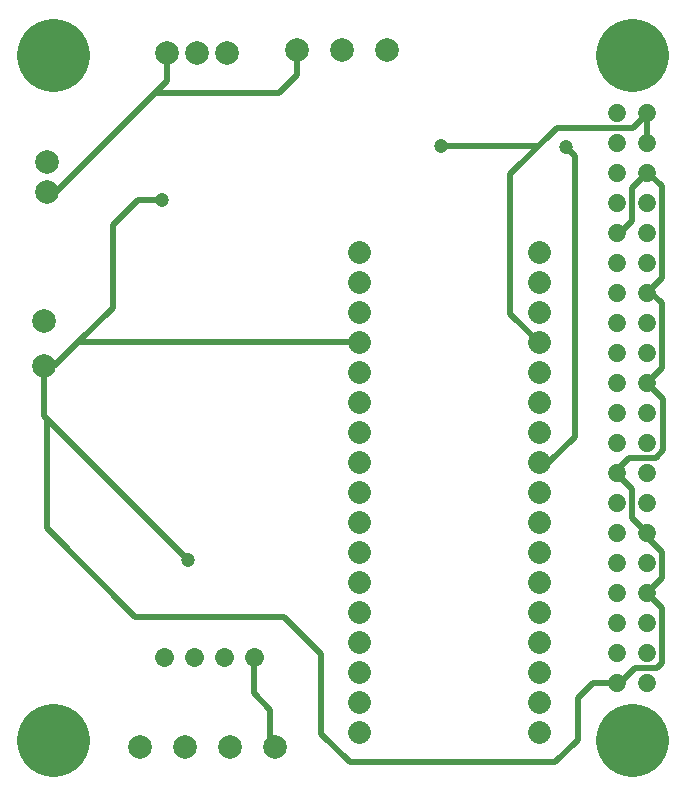
<source format=gtl>
G04 ( created by brdgerber.py ( brdgerber.py v0.1 2014-03-12 ) ) date 2020-07-20 00:47:24 EDT*
G04 Gerber Fmt 3.4, Leading zero omitted, Abs format*
%MOIN*%
%FSLAX34Y34*%
G01*
G70*
G90*
G04 APERTURE LIST*
%ADD12C,0.0000*%
%ADD17C,0.0760*%
%ADD19C,0.0472*%
%ADD14C,0.0642*%
%ADD13C,0.0050*%
%ADD11C,0.2440*%
%ADD16C,0.0787*%
%ADD15C,0.0060*%
%ADD10C,0.0589*%
%ADD18C,0.0200*%
G04 APERTURE END LIST*
G54D12*
D10*
G01X07345Y09950D02*
G01X07345Y09950D01*
D10*
G01X08345Y09950D02*
G01X08345Y09950D01*
D10*
G01X07345Y08950D02*
G01X07345Y08950D01*
D10*
G01X08345Y08950D02*
G01X08345Y08950D01*
D10*
G01X07345Y07950D02*
G01X07345Y07950D01*
D10*
G01X08345Y07950D02*
G01X08345Y07950D01*
D10*
G01X07345Y06950D02*
G01X07345Y06950D01*
D10*
G01X08345Y06950D02*
G01X08345Y06950D01*
D10*
G01X07345Y05950D02*
G01X07345Y05950D01*
D10*
G01X08345Y05950D02*
G01X08345Y05950D01*
D10*
G01X07345Y04950D02*
G01X07345Y04950D01*
D10*
G01X08345Y04950D02*
G01X08345Y04950D01*
D10*
G01X07345Y03950D02*
G01X07345Y03950D01*
D10*
G01X08345Y03950D02*
G01X08345Y03950D01*
D10*
G01X07345Y02950D02*
G01X07345Y02950D01*
D10*
G01X08345Y02950D02*
G01X08345Y02950D01*
D10*
G01X07345Y01950D02*
G01X07345Y01950D01*
D10*
G01X08345Y01950D02*
G01X08345Y01950D01*
D10*
G01X07345Y00950D02*
G01X07345Y00950D01*
D10*
G01X08345Y00950D02*
G01X08345Y00950D01*
D10*
G01X07345Y-00050D02*
G01X07345Y-00050D01*
D10*
G01X08345Y-00050D02*
G01X08345Y-00050D01*
D10*
G01X07345Y-01050D02*
G01X07345Y-01050D01*
D10*
G01X08345Y-01050D02*
G01X08345Y-01050D01*
D10*
G01X07345Y-02050D02*
G01X07345Y-02050D01*
D10*
G01X08345Y-02050D02*
G01X08345Y-02050D01*
D10*
G01X07345Y-03050D02*
G01X07345Y-03050D01*
D10*
G01X08345Y-03050D02*
G01X08345Y-03050D01*
D10*
G01X07345Y-04050D02*
G01X07345Y-04050D01*
D10*
G01X08345Y-04050D02*
G01X08345Y-04050D01*
D10*
G01X07345Y-05050D02*
G01X07345Y-05050D01*
D10*
G01X08345Y-05050D02*
G01X08345Y-05050D01*
D10*
G01X07345Y-06050D02*
G01X07345Y-06050D01*
D10*
G01X08345Y-06050D02*
G01X08345Y-06050D01*
D10*
G01X07345Y-07050D02*
G01X07345Y-07050D01*
D10*
G01X08345Y-07050D02*
G01X08345Y-07050D01*
D10*
G01X07345Y-08050D02*
G01X07345Y-08050D01*
D10*
G01X08345Y-08050D02*
G01X08345Y-08050D01*
D10*
G01X07345Y-09050D02*
G01X07345Y-09050D01*
D10*
G01X08345Y-09050D02*
G01X08345Y-09050D01*
D11*
G01X-11446Y11868D02*
G01X-11446Y11868D01*
D11*
G01X07845Y11868D02*
G01X07845Y11868D01*
D11*
G01X07845Y-10967D02*
G01X07845Y-10967D01*
D11*
G01X-11446Y-10967D02*
G01X-11446Y-10967D01*
D14*
G01X-04750Y-08200D02*
G01X-04750Y-08200D01*
D14*
G01X-05750Y-08200D02*
G01X-05750Y-08200D01*
D14*
G01X-06750Y-08200D02*
G01X-06750Y-08200D01*
D14*
G01X-07750Y-08200D02*
G01X-07750Y-08200D01*
D16*
X-11650Y08300D03*
D16*
X-11650Y07300D03*
D16*
X-11750Y03000D03*
D16*
X-11750Y01500D03*
D16*
X-00300Y12050D03*
D16*
X-01800Y12050D03*
D16*
X-03300Y12050D03*
D17*
G01X-01250Y-10700D02*
G01X-01250Y-10700D01*
D17*
G01X-01250Y-09700D02*
G01X-01250Y-09700D01*
D17*
G01X-01250Y-08700D02*
G01X-01250Y-08700D01*
D17*
G01X-01250Y-07700D02*
G01X-01250Y-07700D01*
D17*
G01X-01250Y-06700D02*
G01X-01250Y-06700D01*
D17*
G01X-01250Y-05700D02*
G01X-01250Y-05700D01*
D17*
G01X-01250Y-04700D02*
G01X-01250Y-04700D01*
D17*
G01X-01250Y-03700D02*
G01X-01250Y-03700D01*
D17*
G01X-01250Y-02700D02*
G01X-01250Y-02700D01*
D17*
G01X-01250Y-01700D02*
G01X-01250Y-01700D01*
D17*
G01X-01250Y-00700D02*
G01X-01250Y-00700D01*
D17*
G01X04750Y02300D02*
G01X04750Y02300D01*
D17*
G01X04750Y01300D02*
G01X04750Y01300D01*
D17*
G01X-01250Y02300D02*
G01X-01250Y02300D01*
D17*
G01X-01250Y03300D02*
G01X-01250Y03300D01*
D17*
G01X-01250Y04300D02*
G01X-01250Y04300D01*
D17*
G01X-01250Y05300D02*
G01X-01250Y05300D01*
D17*
G01X04750Y05300D02*
G01X04750Y05300D01*
D17*
G01X04750Y04300D02*
G01X04750Y04300D01*
D17*
G01X04750Y03300D02*
G01X04750Y03300D01*
D17*
G01X-01250Y00300D02*
G01X-01250Y00300D01*
D17*
G01X-01250Y01300D02*
G01X-01250Y01300D01*
D17*
G01X04750Y00300D02*
G01X04750Y00300D01*
D17*
G01X04750Y-00700D02*
G01X04750Y-00700D01*
D17*
G01X04750Y-01700D02*
G01X04750Y-01700D01*
D17*
G01X04750Y-02700D02*
G01X04750Y-02700D01*
D17*
G01X04750Y-03700D02*
G01X04750Y-03700D01*
D17*
G01X04750Y-04700D02*
G01X04750Y-04700D01*
D17*
G01X04750Y-05700D02*
G01X04750Y-05700D01*
D17*
G01X04750Y-06700D02*
G01X04750Y-06700D01*
D17*
G01X04750Y-07700D02*
G01X04750Y-07700D01*
D17*
G01X04750Y-08700D02*
G01X04750Y-08700D01*
D17*
G01X04750Y-09700D02*
G01X04750Y-09700D01*
D17*
G01X04750Y-10700D02*
G01X04750Y-10700D01*
D16*
X-08550Y-11200D03*
D16*
X-07050Y-11200D03*
D16*
X-05550Y-11200D03*
D16*
X-04050Y-11200D03*
D16*
X-05650Y11950D03*
D16*
X-06650Y11950D03*
D16*
X-07650Y11950D03*
D18*
G01X06550Y-09050D02*
G01X07350Y-09050D01*
D18*
G01X-02500Y-10750D02*
G01X-01550Y-11700D01*
D18*
G01X-03750Y-06850D02*
G01X-02500Y-08100D01*
D18*
G01X08850Y-08400D02*
G01X08850Y-06550D01*
D18*
G01X-02500Y-08100D02*
G01X-02500Y-10750D01*
D19*
X-06950Y-04950D03*
D18*
G01X08850Y-06550D02*
G01X08350Y-06050D01*
D18*
G01X-08700Y-06850D02*
G01X-03750Y-06850D01*
D18*
G01X08700Y-08550D02*
G01X08850Y-08400D01*
D18*
G01X07950Y-08550D02*
G01X08700Y-08550D01*
D18*
G01X07450Y-09050D02*
G01X07950Y-08550D01*
D18*
G01X-06950Y-04950D02*
G01X-11650Y-00250D01*
D18*
G01X-11650Y07300D02*
G01X-11350Y07300D01*
D18*
G01X-11350Y07300D02*
G01X-07650Y11000D01*
D18*
G01X-07650Y11000D02*
G01X-07650Y11950D01*
D18*
G01X-08050Y10600D02*
G01X-04350Y10600D01*
D18*
G01X08350Y09950D02*
G01X08350Y08950D01*
D18*
G01X08350Y09950D02*
G01X08350Y09900D01*
D18*
G01X08350Y09900D02*
G01X07900Y09450D01*
D18*
G01X07900Y09450D02*
G01X05350Y09450D01*
D18*
G01X05350Y09450D02*
G01X03800Y07900D01*
D18*
G01X03800Y07900D02*
G01X03800Y03250D01*
D18*
G01X03800Y03250D02*
G01X04750Y02300D01*
D18*
G01X04750Y08850D02*
G01X01500Y08850D01*
D19*
X01500Y08850D03*
D19*
X-07800Y07050D03*
D18*
G01X-07800Y07050D02*
G01X-07950Y07050D01*
D18*
G01X-11650Y-03900D02*
G01X-08700Y-06850D01*
D18*
G01X-01250Y02300D02*
G01X-10600Y02300D01*
D18*
G01X-11650Y-00250D02*
G01X-11650Y-03900D01*
D18*
G01X-04750Y-08200D02*
G01X-04750Y-09400D01*
D18*
G01X-04750Y-09400D02*
G01X-04200Y-09950D01*
D18*
G01X-01550Y-11700D02*
G01X05300Y-11700D01*
D18*
G01X06050Y-09550D02*
G01X06550Y-09050D01*
D18*
G01X04750Y-01700D02*
G01X05100Y-01700D01*
D18*
G01X05100Y-01700D02*
G01X05950Y-00850D01*
D18*
G01X05950Y-00850D02*
G01X05950Y08500D01*
D18*
G01X05950Y08500D02*
G01X05650Y08800D01*
D19*
X05650Y08800D03*
D18*
G01X06050Y-10950D02*
G01X06050Y-09550D01*
D18*
G01X05300Y-11700D02*
G01X06050Y-10950D01*
D18*
G01X07350Y05950D02*
G01X07450Y05950D01*
D18*
G01X07450Y05950D02*
G01X07850Y06350D01*
D18*
G01X07850Y06350D02*
G01X07850Y07450D01*
D18*
G01X07850Y07450D02*
G01X08350Y07950D01*
D18*
G01X08350Y07950D02*
G01X08400Y07950D01*
D18*
G01X08400Y07950D02*
G01X08850Y07500D01*
D18*
G01X08850Y07500D02*
G01X08850Y04450D01*
D18*
G01X08850Y04450D02*
G01X08350Y03950D01*
D18*
G01X08350Y03950D02*
G01X08500Y03950D01*
D18*
G01X08500Y03950D02*
G01X08850Y03600D01*
D18*
G01X08850Y03600D02*
G01X08850Y01450D01*
D18*
G01X08850Y01450D02*
G01X08350Y00950D01*
D18*
G01X07350Y-02050D02*
G01X07350Y-01950D01*
D18*
G01X07350Y-01950D02*
G01X07750Y-01550D01*
D18*
G01X07750Y-01550D02*
G01X08650Y-01550D01*
D18*
G01X08650Y-01550D02*
G01X08900Y-01300D01*
D18*
G01X08900Y-01300D02*
G01X08900Y00400D01*
D18*
G01X08900Y00400D02*
G01X08350Y00950D01*
D18*
G01X07350Y-02050D02*
G01X07350Y-02100D01*
D18*
G01X07350Y-02100D02*
G01X07850Y-02600D01*
D18*
G01X07850Y-02600D02*
G01X07850Y-03550D01*
D18*
G01X07850Y-03550D02*
G01X08350Y-04050D01*
D18*
G01X08350Y-04050D02*
G01X08350Y-04200D01*
D18*
G01X08350Y-04200D02*
G01X08850Y-04700D01*
D18*
G01X08850Y-04700D02*
G01X08850Y-05550D01*
D18*
G01X08850Y-05550D02*
G01X08350Y-06050D01*
D18*
G01X07350Y-09050D02*
G01X07450Y-09050D01*
D18*
G01X-04350Y10600D02*
G01X-03900Y10600D01*
D18*
G01X-03900Y10600D02*
G01X-03300Y11200D01*
D18*
G01X-03300Y11200D02*
G01X-03300Y12050D01*
D18*
G01X-11750Y01500D02*
G01X-11750Y-00150D01*
D18*
G01X-11750Y-00150D02*
G01X-11650Y-00250D01*
D18*
G01X-11750Y01500D02*
G01X-11400Y01500D01*
D18*
G01X-11400Y01500D02*
G01X-10600Y02300D01*
D18*
G01X-04200Y-09950D02*
G01X-04200Y-11050D01*
D18*
G01X-04200Y-11050D02*
G01X-04050Y-11200D01*
D18*
G01X-08000Y07050D02*
G01X-08600Y07050D01*
D18*
G01X-08600Y07050D02*
G01X-09450Y06200D01*
D18*
G01X-09450Y06200D02*
G01X-09450Y03450D01*
D18*
G01X-09450Y03450D02*
G01X-10600Y02300D01*
M02*

</source>
